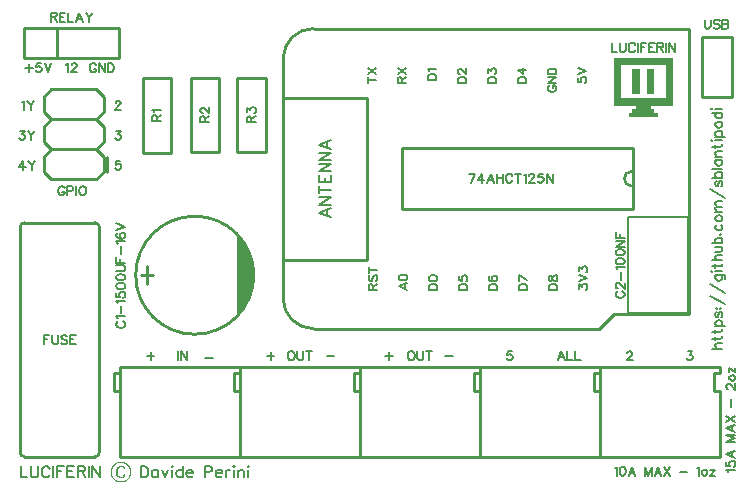
<source format=gto>
G04 Layer: TopSilkLayer*
G04 EasyEDA v6.4.20.6, 2021-07-29T18:27:26+02:00*
G04 b234656e15784b60829a7703d43b9120,4245c91a3b6e4cf7aa995480f5c7e4a3,10*
G04 Gerber Generator version 0.2*
G04 Scale: 100 percent, Rotated: No, Reflected: No *
G04 Dimensions in millimeters *
G04 leading zeros omitted , absolute positions ,4 integer and 5 decimal *
%FSLAX45Y45*%
%MOMM*%

%ADD10C,0.2540*%
%ADD25C,0.1778*%
%ADD26C,0.2032*%
%ADD27C,0.2030*%
%ADD28C,0.1530*%
%ADD29C,0.1524*%
%ADD30C,0.1540*%

%LPD*%
G36*
X5073345Y14580666D02*
G01*
X5073345Y14518182D01*
X5510834Y14518182D01*
X5510834Y14236954D01*
X5135829Y14236954D01*
X5135829Y14518182D01*
X5073345Y14518182D01*
X5073345Y14174419D01*
X5260848Y14174419D01*
X5260848Y14143177D01*
X5229606Y14143177D01*
X5229606Y14111935D01*
X5198313Y14111935D01*
X5198313Y14080693D01*
X5448350Y14080693D01*
X5448350Y14111935D01*
X5417108Y14111935D01*
X5417108Y14143177D01*
X5385816Y14143177D01*
X5385816Y14174419D01*
X5573318Y14174419D01*
X5573318Y14580666D01*
G37*
G36*
X5354574Y14486940D02*
G01*
X5354574Y14268196D01*
X5417108Y14268196D01*
X5417108Y14486940D01*
G37*
G36*
X5229606Y14486940D02*
G01*
X5229606Y14268196D01*
X5292090Y14268196D01*
X5292090Y14486940D01*
G37*
G36*
X899921Y11160353D02*
G01*
X893927Y11160150D01*
X888085Y11159642D01*
X882345Y11158829D01*
X876706Y11157661D01*
X871270Y11156188D01*
X865936Y11154359D01*
X860806Y11152225D01*
X855878Y11149838D01*
X851153Y11147094D01*
X846632Y11144097D01*
X842314Y11140744D01*
X838250Y11137138D01*
X834440Y11133277D01*
X830884Y11129111D01*
X827633Y11124692D01*
X824687Y11119967D01*
X821994Y11114989D01*
X819607Y11109756D01*
X817575Y11104270D01*
X815898Y11098530D01*
X814578Y11092586D01*
X813612Y11086338D01*
X813003Y11079886D01*
X812800Y11073231D01*
X823976Y11073231D01*
X824230Y11080343D01*
X824941Y11087201D01*
X826109Y11093754D01*
X827735Y11100003D01*
X829818Y11105896D01*
X832256Y11111484D01*
X835101Y11116767D01*
X838352Y11121694D01*
X841908Y11126317D01*
X845870Y11130534D01*
X850087Y11134394D01*
X854659Y11137900D01*
X859485Y11140998D01*
X864565Y11143742D01*
X869950Y11146028D01*
X875537Y11147958D01*
X881329Y11149482D01*
X887374Y11150549D01*
X893571Y11151209D01*
X899921Y11151463D01*
X906221Y11151209D01*
X912317Y11150549D01*
X918311Y11149482D01*
X924052Y11147958D01*
X929589Y11146028D01*
X934923Y11143691D01*
X940003Y11140948D01*
X944778Y11137798D01*
X949299Y11134293D01*
X953566Y11130432D01*
X957427Y11126165D01*
X961034Y11121593D01*
X964234Y11116665D01*
X967079Y11111382D01*
X969518Y11105794D01*
X971600Y11099901D01*
X973226Y11093653D01*
X974394Y11087150D01*
X975106Y11080292D01*
X975360Y11073231D01*
X975106Y11066068D01*
X974394Y11059210D01*
X973226Y11052657D01*
X971600Y11046358D01*
X969518Y11040414D01*
X967079Y11034776D01*
X964234Y11029442D01*
X961034Y11024463D01*
X957427Y11019790D01*
X953566Y11015522D01*
X949299Y11011611D01*
X944778Y11008055D01*
X940003Y11004905D01*
X934923Y11002111D01*
X929589Y10999724D01*
X924052Y10997793D01*
X918311Y10996218D01*
X912317Y10995101D01*
X906221Y10994440D01*
X899921Y10994237D01*
X893571Y10994440D01*
X887374Y10995101D01*
X881329Y10996218D01*
X875537Y10997742D01*
X869950Y10999673D01*
X864565Y11002010D01*
X859485Y11004753D01*
X854659Y11007902D01*
X850087Y11011408D01*
X845870Y11015319D01*
X841908Y11019586D01*
X838352Y11024209D01*
X835101Y11029188D01*
X832256Y11034522D01*
X829818Y11040211D01*
X827735Y11046155D01*
X826109Y11052454D01*
X824941Y11059109D01*
X824230Y11066018D01*
X823976Y11073231D01*
X812800Y11073231D01*
X813003Y11066475D01*
X813612Y11060023D01*
X814578Y11053775D01*
X815898Y11047730D01*
X817575Y11041989D01*
X819607Y11036452D01*
X821994Y11031169D01*
X824687Y11026140D01*
X827633Y11021415D01*
X830884Y11016945D01*
X834440Y11012728D01*
X838250Y11008817D01*
X842314Y11005159D01*
X846632Y11001806D01*
X851153Y10998758D01*
X855878Y10995964D01*
X860806Y10993526D01*
X865936Y10991392D01*
X871270Y10989564D01*
X876706Y10988040D01*
X882345Y10986871D01*
X888085Y10986008D01*
X893927Y10985500D01*
X899921Y10985347D01*
X905865Y10985500D01*
X911707Y10986008D01*
X917448Y10986871D01*
X923036Y10988040D01*
X928471Y10989564D01*
X933754Y10991392D01*
X938834Y10993526D01*
X943762Y10995964D01*
X948486Y10998758D01*
X953008Y11001806D01*
X957326Y11005159D01*
X961339Y11008817D01*
X965149Y11012728D01*
X968705Y11016945D01*
X971956Y11021415D01*
X974953Y11026140D01*
X977595Y11031169D01*
X979982Y11036452D01*
X982014Y11041989D01*
X983691Y11047730D01*
X985012Y11053775D01*
X985977Y11060023D01*
X986586Y11066475D01*
X986790Y11073231D01*
X986586Y11079886D01*
X985977Y11086338D01*
X985012Y11092586D01*
X983691Y11098530D01*
X982014Y11104270D01*
X979982Y11109756D01*
X977595Y11114989D01*
X974953Y11119967D01*
X971956Y11124692D01*
X968705Y11129111D01*
X965149Y11133277D01*
X961339Y11137138D01*
X957326Y11140744D01*
X953008Y11144097D01*
X948486Y11147094D01*
X943762Y11149838D01*
X938834Y11152225D01*
X933754Y11154359D01*
X928471Y11156188D01*
X923036Y11157661D01*
X917448Y11158829D01*
X911707Y11159642D01*
X905865Y11160150D01*
G37*
G36*
X903732Y11124539D02*
G01*
X896874Y11124082D01*
X890422Y11122812D01*
X884275Y11120729D01*
X878586Y11117884D01*
X873404Y11114328D01*
X868730Y11110112D01*
X864666Y11105286D01*
X861212Y11099850D01*
X858418Y11093856D01*
X856386Y11087404D01*
X855116Y11080496D01*
X854710Y11073231D01*
X855116Y11065865D01*
X856335Y11058956D01*
X858316Y11052505D01*
X861009Y11046561D01*
X864362Y11041176D01*
X868375Y11036350D01*
X872998Y11032185D01*
X878128Y11028680D01*
X883869Y11025886D01*
X890066Y11023854D01*
X896670Y11022584D01*
X903732Y11022177D01*
X911707Y11022533D01*
X919276Y11023803D01*
X926490Y11025886D01*
X933450Y11029035D01*
X934212Y11053165D01*
X924052Y11053165D01*
X920496Y11033607D01*
X916482Y11032337D01*
X912571Y11031575D01*
X908913Y11031169D01*
X905764Y11031067D01*
X900937Y11031372D01*
X896416Y11032286D01*
X892149Y11033810D01*
X888288Y11035944D01*
X884732Y11038636D01*
X881583Y11041938D01*
X878840Y11045799D01*
X876503Y11050219D01*
X874674Y11055146D01*
X873353Y11060633D01*
X872540Y11066678D01*
X872236Y11073231D01*
X872540Y11079937D01*
X873404Y11086084D01*
X874826Y11091672D01*
X876757Y11096701D01*
X879144Y11101171D01*
X881989Y11105032D01*
X885190Y11108334D01*
X888796Y11111026D01*
X892708Y11113160D01*
X896924Y11114684D01*
X901344Y11115598D01*
X906018Y11115903D01*
X909167Y11115802D01*
X912418Y11115395D01*
X915822Y11114684D01*
X919226Y11113617D01*
X923036Y11093297D01*
X932687Y11093297D01*
X931926Y11117427D01*
X925220Y11120780D01*
X918565Y11122964D01*
X911555Y11124184D01*
G37*
D26*
X5054600Y14703552D02*
G01*
X5054600Y14627097D01*
X5054600Y14627097D02*
G01*
X5098288Y14627097D01*
X5122163Y14703552D02*
G01*
X5122163Y14648942D01*
X5125974Y14638020D01*
X5133086Y14630654D01*
X5144008Y14627097D01*
X5151374Y14627097D01*
X5162295Y14630654D01*
X5169408Y14638020D01*
X5173218Y14648942D01*
X5173218Y14703552D01*
X5251704Y14685263D02*
G01*
X5248147Y14692629D01*
X5240781Y14699995D01*
X5233415Y14703552D01*
X5218938Y14703552D01*
X5211572Y14699995D01*
X5204459Y14692629D01*
X5200904Y14685263D01*
X5197093Y14674342D01*
X5197093Y14656307D01*
X5200904Y14645386D01*
X5204459Y14638020D01*
X5211572Y14630654D01*
X5218938Y14627097D01*
X5233415Y14627097D01*
X5240781Y14630654D01*
X5248147Y14638020D01*
X5251704Y14645386D01*
X5275579Y14703552D02*
G01*
X5275579Y14627097D01*
X5299709Y14703552D02*
G01*
X5299709Y14627097D01*
X5299709Y14703552D02*
G01*
X5346954Y14703552D01*
X5299709Y14667229D02*
G01*
X5328665Y14667229D01*
X5371084Y14703552D02*
G01*
X5371084Y14627097D01*
X5371084Y14703552D02*
G01*
X5418327Y14703552D01*
X5371084Y14667229D02*
G01*
X5400040Y14667229D01*
X5371084Y14627097D02*
G01*
X5418327Y14627097D01*
X5442204Y14703552D02*
G01*
X5442204Y14627097D01*
X5442204Y14703552D02*
G01*
X5474970Y14703552D01*
X5485891Y14699995D01*
X5489447Y14696186D01*
X5493258Y14689074D01*
X5493258Y14681707D01*
X5489447Y14674342D01*
X5485891Y14670786D01*
X5474970Y14667229D01*
X5442204Y14667229D01*
X5467604Y14667229D02*
G01*
X5493258Y14627097D01*
X5517134Y14703552D02*
G01*
X5517134Y14627097D01*
X5541263Y14703552D02*
G01*
X5541263Y14627097D01*
X5541263Y14703552D02*
G01*
X5592063Y14627097D01*
X5592063Y14703552D02*
G01*
X5592063Y14627097D01*
D27*
X5080000Y11102594D02*
G01*
X5087365Y11106150D01*
X5098288Y11117071D01*
X5098288Y11040618D01*
X5144008Y11117071D02*
G01*
X5133086Y11113515D01*
X5125720Y11102594D01*
X5122163Y11084305D01*
X5122163Y11073384D01*
X5125720Y11055095D01*
X5133086Y11044174D01*
X5144008Y11040618D01*
X5151374Y11040618D01*
X5162295Y11044174D01*
X5169408Y11055095D01*
X5172963Y11073384D01*
X5172963Y11084305D01*
X5169408Y11102594D01*
X5162295Y11113515D01*
X5151374Y11117071D01*
X5144008Y11117071D01*
X5226304Y11117071D02*
G01*
X5197093Y11040618D01*
X5226304Y11117071D02*
G01*
X5255259Y11040618D01*
X5208015Y11066018D02*
G01*
X5244338Y11066018D01*
X5335270Y11117071D02*
G01*
X5335270Y11040618D01*
X5335270Y11117071D02*
G01*
X5364479Y11040618D01*
X5393436Y11117071D02*
G01*
X5364479Y11040618D01*
X5393436Y11117071D02*
G01*
X5393436Y11040618D01*
X5446522Y11117071D02*
G01*
X5417565Y11040618D01*
X5446522Y11117071D02*
G01*
X5475731Y11040618D01*
X5428488Y11066018D02*
G01*
X5464809Y11066018D01*
X5499608Y11117071D02*
G01*
X5550661Y11040618D01*
X5550661Y11117071D02*
G01*
X5499608Y11040618D01*
X5630672Y11073384D02*
G01*
X5695950Y11073384D01*
X5775959Y11102594D02*
G01*
X5783325Y11106150D01*
X5794247Y11117071D01*
X5794247Y11040618D01*
X5836411Y11091671D02*
G01*
X5829045Y11087862D01*
X5821934Y11080750D01*
X5818124Y11069828D01*
X5818124Y11062462D01*
X5821934Y11051539D01*
X5829045Y11044174D01*
X5836411Y11040618D01*
X5847334Y11040618D01*
X5854445Y11044174D01*
X5861811Y11051539D01*
X5865368Y11062462D01*
X5865368Y11069828D01*
X5861811Y11080750D01*
X5854445Y11087862D01*
X5847334Y11091671D01*
X5836411Y11091671D01*
X5929375Y11091671D02*
G01*
X5889497Y11040618D01*
X5889497Y11091671D02*
G01*
X5929375Y11091671D01*
X5889497Y11040618D02*
G01*
X5929375Y11040618D01*
X6039865Y11074400D02*
G01*
X6036309Y11081765D01*
X6025388Y11092687D01*
X6101841Y11092687D01*
X6025388Y11160252D02*
G01*
X6025388Y11123929D01*
X6058154Y11120120D01*
X6054597Y11123929D01*
X6050788Y11134852D01*
X6050788Y11145774D01*
X6054597Y11156695D01*
X6061709Y11163808D01*
X6072631Y11167363D01*
X6079997Y11167363D01*
X6090920Y11163808D01*
X6098286Y11156695D01*
X6101841Y11145774D01*
X6101841Y11134852D01*
X6098286Y11123929D01*
X6094475Y11120120D01*
X6087363Y11116563D01*
X6025388Y11220704D02*
G01*
X6101841Y11191494D01*
X6025388Y11220704D02*
G01*
X6101841Y11249660D01*
X6076441Y11202415D02*
G01*
X6076441Y11238737D01*
X6025388Y11329670D02*
G01*
X6101841Y11329670D01*
X6025388Y11329670D02*
G01*
X6101841Y11358879D01*
X6025388Y11387836D02*
G01*
X6101841Y11358879D01*
X6025388Y11387836D02*
G01*
X6101841Y11387836D01*
X6025388Y11440921D02*
G01*
X6101841Y11411965D01*
X6025388Y11440921D02*
G01*
X6101841Y11470131D01*
X6076441Y11422887D02*
G01*
X6076441Y11459210D01*
X6025388Y11494008D02*
G01*
X6101841Y11545062D01*
X6025388Y11545062D02*
G01*
X6101841Y11494008D01*
X6069075Y11624818D02*
G01*
X6069075Y11690350D01*
X6043675Y11773915D02*
G01*
X6039865Y11773915D01*
X6032754Y11777726D01*
X6028943Y11781281D01*
X6025388Y11788647D01*
X6025388Y11803126D01*
X6028943Y11810492D01*
X6032754Y11814047D01*
X6039865Y11817604D01*
X6047231Y11817604D01*
X6054597Y11814047D01*
X6065520Y11806681D01*
X6101841Y11770360D01*
X6101841Y11821413D01*
X6050788Y11863578D02*
G01*
X6054597Y11856212D01*
X6061709Y11848845D01*
X6072631Y11845289D01*
X6079997Y11845289D01*
X6090920Y11848845D01*
X6098286Y11856212D01*
X6101841Y11863578D01*
X6101841Y11874500D01*
X6098286Y11881612D01*
X6090920Y11888978D01*
X6079997Y11892534D01*
X6072631Y11892534D01*
X6061709Y11888978D01*
X6054597Y11881612D01*
X6050788Y11874500D01*
X6050788Y11863578D01*
X6050788Y11956542D02*
G01*
X6101841Y11916663D01*
X6050788Y11916663D02*
G01*
X6050788Y11956542D01*
X6101841Y11916663D02*
G01*
X6101841Y11956542D01*
D26*
X1384300Y12094971D02*
G01*
X1384300Y12018518D01*
X1408176Y12094971D02*
G01*
X1408176Y12018518D01*
X1408176Y12094971D02*
G01*
X1459229Y12018518D01*
X1459229Y12094971D02*
G01*
X1459229Y12018518D01*
X3349243Y12094971D02*
G01*
X3341877Y12091415D01*
X3334765Y12084050D01*
X3330956Y12076684D01*
X3327400Y12065762D01*
X3327400Y12047728D01*
X3330956Y12036805D01*
X3334765Y12029439D01*
X3341877Y12022074D01*
X3349243Y12018518D01*
X3363722Y12018518D01*
X3371088Y12022074D01*
X3378200Y12029439D01*
X3382009Y12036805D01*
X3385565Y12047728D01*
X3385565Y12065762D01*
X3382009Y12076684D01*
X3378200Y12084050D01*
X3371088Y12091415D01*
X3363722Y12094971D01*
X3349243Y12094971D01*
X3409695Y12094971D02*
G01*
X3409695Y12040362D01*
X3413252Y12029439D01*
X3420363Y12022074D01*
X3431286Y12018518D01*
X3438652Y12018518D01*
X3449574Y12022074D01*
X3456940Y12029439D01*
X3460495Y12040362D01*
X3460495Y12094971D01*
X3510025Y12094971D02*
G01*
X3510025Y12018518D01*
X3484372Y12094971D02*
G01*
X3535425Y12094971D01*
X2333243Y12094971D02*
G01*
X2325877Y12091415D01*
X2318765Y12084050D01*
X2314956Y12076684D01*
X2311400Y12065762D01*
X2311400Y12047728D01*
X2314956Y12036805D01*
X2318765Y12029439D01*
X2325877Y12022074D01*
X2333243Y12018518D01*
X2347722Y12018518D01*
X2355088Y12022074D01*
X2362200Y12029439D01*
X2366009Y12036805D01*
X2369565Y12047728D01*
X2369565Y12065762D01*
X2366009Y12076684D01*
X2362200Y12084050D01*
X2355088Y12091415D01*
X2347722Y12094971D01*
X2333243Y12094971D01*
X2393695Y12094971D02*
G01*
X2393695Y12040362D01*
X2397252Y12029439D01*
X2404363Y12022074D01*
X2415286Y12018518D01*
X2422652Y12018518D01*
X2433574Y12022074D01*
X2440940Y12029439D01*
X2444495Y12040362D01*
X2444495Y12094971D01*
X2494025Y12094971D02*
G01*
X2494025Y12018518D01*
X2468372Y12094971D02*
G01*
X2519425Y12094971D01*
X74421Y13707871D02*
G01*
X38100Y13656818D01*
X92710Y13656818D01*
X74421Y13707871D02*
G01*
X74421Y13631418D01*
X116586Y13707871D02*
G01*
X145795Y13671550D01*
X145795Y13631418D01*
X174752Y13707871D02*
G01*
X145795Y13671550D01*
X45465Y13961871D02*
G01*
X85344Y13961871D01*
X63500Y13932662D01*
X74421Y13932662D01*
X81787Y13929105D01*
X85344Y13925550D01*
X88900Y13914628D01*
X88900Y13907262D01*
X85344Y13896339D01*
X77978Y13888974D01*
X67310Y13885418D01*
X56387Y13885418D01*
X45465Y13888974D01*
X41655Y13892784D01*
X38100Y13899895D01*
X113029Y13961871D02*
G01*
X141986Y13925550D01*
X141986Y13885418D01*
X171195Y13961871D02*
G01*
X141986Y13925550D01*
X63500Y14201394D02*
G01*
X70865Y14204950D01*
X81787Y14215871D01*
X81787Y14139418D01*
X105663Y14215871D02*
G01*
X134873Y14179550D01*
X134873Y14139418D01*
X163829Y14215871D02*
G01*
X134873Y14179550D01*
X894587Y13707871D02*
G01*
X858265Y13707871D01*
X854455Y13675105D01*
X858265Y13678662D01*
X869187Y13682471D01*
X880110Y13682471D01*
X890778Y13678662D01*
X898144Y13671550D01*
X901700Y13660628D01*
X901700Y13653262D01*
X898144Y13642339D01*
X890778Y13634974D01*
X880110Y13631418D01*
X869187Y13631418D01*
X858265Y13634974D01*
X854455Y13638784D01*
X850900Y13645895D01*
X858265Y13961871D02*
G01*
X898144Y13961871D01*
X876300Y13932662D01*
X887221Y13932662D01*
X894587Y13929105D01*
X898144Y13925550D01*
X901700Y13914628D01*
X901700Y13907262D01*
X898144Y13896339D01*
X890778Y13888974D01*
X880110Y13885418D01*
X869187Y13885418D01*
X858265Y13888974D01*
X854455Y13892784D01*
X850900Y13899895D01*
X854455Y14197584D02*
G01*
X854455Y14201394D01*
X858265Y14208505D01*
X861821Y14212316D01*
X869187Y14215871D01*
X883665Y14215871D01*
X890778Y14212316D01*
X894587Y14208505D01*
X898144Y14201394D01*
X898144Y14194028D01*
X894587Y14186662D01*
X887221Y14175739D01*
X850900Y14139418D01*
X901700Y14139418D01*
D27*
X5903468Y12115800D02*
G01*
X5989574Y12115800D01*
X5948679Y12115800D02*
G01*
X5936234Y12127992D01*
X5932170Y12136374D01*
X5932170Y12148565D01*
X5936234Y12156694D01*
X5948679Y12160758D01*
X5989574Y12160758D01*
X5903468Y12200128D02*
G01*
X5973063Y12200128D01*
X5985509Y12204192D01*
X5989574Y12212320D01*
X5989574Y12220447D01*
X5932170Y12187681D02*
G01*
X5932170Y12216384D01*
X5903468Y12259818D02*
G01*
X5973063Y12259818D01*
X5985509Y12263881D01*
X5989574Y12272010D01*
X5989574Y12280137D01*
X5932170Y12247626D02*
G01*
X5932170Y12276074D01*
X5932170Y12307315D02*
G01*
X6018022Y12307315D01*
X5944615Y12307315D02*
G01*
X5936234Y12315444D01*
X5932170Y12323571D01*
X5932170Y12335763D01*
X5936234Y12344145D01*
X5944615Y12352274D01*
X5956808Y12356337D01*
X5964936Y12356337D01*
X5977127Y12352274D01*
X5985509Y12344145D01*
X5989574Y12335763D01*
X5989574Y12323571D01*
X5985509Y12315444D01*
X5977127Y12307315D01*
X5944615Y12428220D02*
G01*
X5936234Y12424155D01*
X5932170Y12411963D01*
X5932170Y12399771D01*
X5936234Y12387326D01*
X5944615Y12383262D01*
X5952743Y12387326D01*
X5956808Y12395708D01*
X5960872Y12416028D01*
X5964936Y12424155D01*
X5973063Y12428220D01*
X5977127Y12428220D01*
X5985509Y12424155D01*
X5989574Y12411963D01*
X5989574Y12399771D01*
X5985509Y12387326D01*
X5977127Y12383262D01*
X5940297Y12459462D02*
G01*
X5944615Y12455397D01*
X5948679Y12459462D01*
X5944615Y12463526D01*
X5940297Y12459462D01*
X5969000Y12459462D02*
G01*
X5973063Y12455397D01*
X5977127Y12459462D01*
X5973063Y12463526D01*
X5969000Y12459462D01*
X5887211Y12564110D02*
G01*
X6018022Y12490450D01*
X5887211Y12664694D02*
G01*
X6018022Y12591287D01*
X5932170Y12740894D02*
G01*
X5997702Y12740894D01*
X6009893Y12736829D01*
X6013958Y12732765D01*
X6018022Y12724637D01*
X6018022Y12712192D01*
X6013958Y12704063D01*
X5944615Y12740894D02*
G01*
X5936234Y12732765D01*
X5932170Y12724637D01*
X5932170Y12712192D01*
X5936234Y12704063D01*
X5944615Y12695936D01*
X5956808Y12691871D01*
X5964936Y12691871D01*
X5977127Y12695936D01*
X5985509Y12704063D01*
X5989574Y12712192D01*
X5989574Y12724637D01*
X5985509Y12732765D01*
X5977127Y12740894D01*
X5903468Y12767818D02*
G01*
X5907786Y12771881D01*
X5903468Y12775945D01*
X5899404Y12771881D01*
X5903468Y12767818D01*
X5932170Y12771881D02*
G01*
X5989574Y12771881D01*
X5903468Y12815315D02*
G01*
X5973063Y12815315D01*
X5985509Y12819379D01*
X5989574Y12827508D01*
X5989574Y12835889D01*
X5932170Y12803124D02*
G01*
X5932170Y12831826D01*
X5903468Y12862813D02*
G01*
X5989574Y12862813D01*
X5948679Y12862813D02*
G01*
X5936234Y12875005D01*
X5932170Y12883134D01*
X5932170Y12895579D01*
X5936234Y12903708D01*
X5948679Y12907771D01*
X5989574Y12907771D01*
X5932170Y12934695D02*
G01*
X5973063Y12934695D01*
X5985509Y12939013D01*
X5989574Y12947142D01*
X5989574Y12959334D01*
X5985509Y12967462D01*
X5973063Y12979908D01*
X5932170Y12979908D02*
G01*
X5989574Y12979908D01*
X5903468Y13006831D02*
G01*
X5989574Y13006831D01*
X5944615Y13006831D02*
G01*
X5936234Y13014960D01*
X5932170Y13023087D01*
X5932170Y13035534D01*
X5936234Y13043662D01*
X5944615Y13051789D01*
X5956808Y13055854D01*
X5964936Y13055854D01*
X5977127Y13051789D01*
X5985509Y13043662D01*
X5989574Y13035534D01*
X5989574Y13023087D01*
X5985509Y13014960D01*
X5977127Y13006831D01*
X5969000Y13087095D02*
G01*
X5973063Y13082778D01*
X5977127Y13087095D01*
X5973063Y13091160D01*
X5969000Y13087095D01*
X5944615Y13167105D02*
G01*
X5936234Y13158978D01*
X5932170Y13150850D01*
X5932170Y13138404D01*
X5936234Y13130276D01*
X5944615Y13122147D01*
X5956808Y13118084D01*
X5964936Y13118084D01*
X5977127Y13122147D01*
X5985509Y13130276D01*
X5989574Y13138404D01*
X5989574Y13150850D01*
X5985509Y13158978D01*
X5977127Y13167105D01*
X5932170Y13214604D02*
G01*
X5936234Y13206476D01*
X5944615Y13198347D01*
X5956808Y13194284D01*
X5964936Y13194284D01*
X5977127Y13198347D01*
X5985509Y13206476D01*
X5989574Y13214604D01*
X5989574Y13226795D01*
X5985509Y13235178D01*
X5977127Y13243305D01*
X5964936Y13247370D01*
X5956808Y13247370D01*
X5944615Y13243305D01*
X5936234Y13235178D01*
X5932170Y13226795D01*
X5932170Y13214604D01*
X5932170Y13274294D02*
G01*
X5989574Y13274294D01*
X5948679Y13274294D02*
G01*
X5936234Y13286739D01*
X5932170Y13294868D01*
X5932170Y13307060D01*
X5936234Y13315187D01*
X5948679Y13319252D01*
X5989574Y13319252D01*
X5948679Y13319252D02*
G01*
X5936234Y13331697D01*
X5932170Y13339826D01*
X5932170Y13352018D01*
X5936234Y13360145D01*
X5948679Y13364463D01*
X5989574Y13364463D01*
X5887211Y13465047D02*
G01*
X6018022Y13391387D01*
X5944615Y13536929D02*
G01*
X5936234Y13532866D01*
X5932170Y13520674D01*
X5932170Y13508228D01*
X5936234Y13496036D01*
X5944615Y13491971D01*
X5952743Y13496036D01*
X5956808Y13504163D01*
X5960872Y13524737D01*
X5964936Y13532866D01*
X5973063Y13536929D01*
X5977127Y13536929D01*
X5985509Y13532866D01*
X5989574Y13520674D01*
X5989574Y13508228D01*
X5985509Y13496036D01*
X5977127Y13491971D01*
X5903468Y13564107D02*
G01*
X5989574Y13564107D01*
X5944615Y13564107D02*
G01*
X5936234Y13572236D01*
X5932170Y13580363D01*
X5932170Y13592555D01*
X5936234Y13600684D01*
X5944615Y13609066D01*
X5956808Y13613129D01*
X5964936Y13613129D01*
X5977127Y13609066D01*
X5985509Y13600684D01*
X5989574Y13592555D01*
X5989574Y13580363D01*
X5985509Y13572236D01*
X5977127Y13564107D01*
X5903468Y13640054D02*
G01*
X5989574Y13640054D01*
X5932170Y13716254D02*
G01*
X5989574Y13716254D01*
X5944615Y13716254D02*
G01*
X5936234Y13707871D01*
X5932170Y13699744D01*
X5932170Y13687552D01*
X5936234Y13679424D01*
X5944615Y13671042D01*
X5956808Y13666978D01*
X5964936Y13666978D01*
X5977127Y13671042D01*
X5985509Y13679424D01*
X5989574Y13687552D01*
X5989574Y13699744D01*
X5985509Y13707871D01*
X5977127Y13716254D01*
X5932170Y13743178D02*
G01*
X5989574Y13743178D01*
X5948679Y13743178D02*
G01*
X5936234Y13755370D01*
X5932170Y13763497D01*
X5932170Y13775944D01*
X5936234Y13784071D01*
X5948679Y13788136D01*
X5989574Y13788136D01*
X5903468Y13827505D02*
G01*
X5973063Y13827505D01*
X5985509Y13831570D01*
X5989574Y13839697D01*
X5989574Y13847826D01*
X5932170Y13815060D02*
G01*
X5932170Y13843762D01*
X5903468Y13875004D02*
G01*
X5907786Y13879068D01*
X5903468Y13883131D01*
X5899404Y13879068D01*
X5903468Y13875004D01*
X5932170Y13879068D02*
G01*
X5989574Y13879068D01*
X5932170Y13910055D02*
G01*
X6018022Y13910055D01*
X5944615Y13910055D02*
G01*
X5936234Y13918184D01*
X5932170Y13926312D01*
X5932170Y13938757D01*
X5936234Y13946886D01*
X5944615Y13955013D01*
X5956808Y13959078D01*
X5964936Y13959078D01*
X5977127Y13955013D01*
X5985509Y13946886D01*
X5989574Y13938757D01*
X5989574Y13926312D01*
X5985509Y13918184D01*
X5977127Y13910055D01*
X5932170Y14006576D02*
G01*
X5936234Y13998447D01*
X5944615Y13990320D01*
X5956808Y13986255D01*
X5964936Y13986255D01*
X5977127Y13990320D01*
X5985509Y13998447D01*
X5989574Y14006576D01*
X5989574Y14018768D01*
X5985509Y14027150D01*
X5977127Y14035278D01*
X5964936Y14039342D01*
X5956808Y14039342D01*
X5944615Y14035278D01*
X5936234Y14027150D01*
X5932170Y14018768D01*
X5932170Y14006576D01*
X5903468Y14115542D02*
G01*
X5989574Y14115542D01*
X5944615Y14115542D02*
G01*
X5936234Y14107160D01*
X5932170Y14099031D01*
X5932170Y14086839D01*
X5936234Y14078712D01*
X5944615Y14070329D01*
X5956808Y14066266D01*
X5964936Y14066266D01*
X5977127Y14070329D01*
X5985509Y14078712D01*
X5989574Y14086839D01*
X5989574Y14099031D01*
X5985509Y14107160D01*
X5977127Y14115542D01*
X5903468Y14142466D02*
G01*
X5907786Y14146529D01*
X5903468Y14150594D01*
X5899404Y14146529D01*
X5903468Y14142466D01*
X5932170Y14146529D02*
G01*
X5989574Y14146529D01*
D28*
X121724Y14522465D02*
G01*
X121724Y14456933D01*
X88958Y14489699D02*
G01*
X154236Y14489699D01*
X222054Y14533387D02*
G01*
X185732Y14533387D01*
X181922Y14500621D01*
X185732Y14504177D01*
X196654Y14507987D01*
X207322Y14507987D01*
X218244Y14504177D01*
X225610Y14497065D01*
X229166Y14486143D01*
X229166Y14478777D01*
X225610Y14467855D01*
X218244Y14460489D01*
X207322Y14456933D01*
X196654Y14456933D01*
X185732Y14460489D01*
X181922Y14464299D01*
X178366Y14471411D01*
X253296Y14533387D02*
G01*
X282252Y14456933D01*
X311462Y14533387D02*
G01*
X282252Y14456933D01*
D27*
X689554Y14515175D02*
G01*
X685998Y14522541D01*
X678632Y14529653D01*
X671266Y14533209D01*
X656788Y14533209D01*
X649422Y14529653D01*
X642310Y14522541D01*
X638754Y14515175D01*
X634944Y14504253D01*
X634944Y14485965D01*
X638754Y14475043D01*
X642310Y14467931D01*
X649422Y14460565D01*
X656788Y14457009D01*
X671266Y14457009D01*
X678632Y14460565D01*
X685998Y14467931D01*
X689554Y14475043D01*
X689554Y14485965D01*
X671266Y14485965D02*
G01*
X689554Y14485965D01*
X713430Y14533209D02*
G01*
X713430Y14457009D01*
X713430Y14533209D02*
G01*
X764484Y14457009D01*
X764484Y14533209D02*
G01*
X764484Y14457009D01*
X788360Y14533209D02*
G01*
X788360Y14457009D01*
X788360Y14533209D02*
G01*
X814014Y14533209D01*
X824936Y14529653D01*
X832048Y14522541D01*
X835604Y14515175D01*
X839414Y14504253D01*
X839414Y14485965D01*
X835604Y14475043D01*
X832048Y14467931D01*
X824936Y14460565D01*
X814014Y14457009D01*
X788360Y14457009D01*
X436118Y14518894D02*
G01*
X443229Y14522450D01*
X454152Y14533371D01*
X454152Y14456918D01*
X481837Y14515084D02*
G01*
X481837Y14518894D01*
X485394Y14526005D01*
X489204Y14529816D01*
X496315Y14533371D01*
X511047Y14533371D01*
X518160Y14529816D01*
X521970Y14526005D01*
X525526Y14518894D01*
X525526Y14511528D01*
X521970Y14504162D01*
X514604Y14493239D01*
X478281Y14456918D01*
X529081Y14456918D01*
D26*
X50800Y11121897D02*
G01*
X50800Y11026394D01*
X50800Y11026394D02*
G01*
X105410Y11026394D01*
X135381Y11121897D02*
G01*
X135381Y11053826D01*
X139954Y11040110D01*
X149097Y11030965D01*
X162560Y11026394D01*
X171704Y11026394D01*
X185420Y11030965D01*
X194310Y11040110D01*
X198881Y11053826D01*
X198881Y11121897D01*
X297179Y11099292D02*
G01*
X292607Y11108436D01*
X283463Y11117326D01*
X274320Y11121897D01*
X256286Y11121897D01*
X247142Y11117326D01*
X237997Y11108436D01*
X233426Y11099292D01*
X229107Y11085576D01*
X229107Y11062970D01*
X233426Y11049254D01*
X237997Y11040110D01*
X247142Y11030965D01*
X256286Y11026394D01*
X274320Y11026394D01*
X283463Y11030965D01*
X292607Y11040110D01*
X297179Y11049254D01*
X327152Y11121897D02*
G01*
X327152Y11026394D01*
X357123Y11121897D02*
G01*
X357123Y11026394D01*
X357123Y11121897D02*
G01*
X416305Y11121897D01*
X357123Y11076431D02*
G01*
X393445Y11076431D01*
X446278Y11121897D02*
G01*
X446278Y11026394D01*
X446278Y11121897D02*
G01*
X505460Y11121897D01*
X446278Y11076431D02*
G01*
X482600Y11076431D01*
X446278Y11026394D02*
G01*
X505460Y11026394D01*
X535431Y11121897D02*
G01*
X535431Y11026394D01*
X535431Y11121897D02*
G01*
X576326Y11121897D01*
X589787Y11117326D01*
X594360Y11112754D01*
X598931Y11103863D01*
X598931Y11094720D01*
X594360Y11085576D01*
X589787Y11081004D01*
X576326Y11076431D01*
X535431Y11076431D01*
X567181Y11076431D02*
G01*
X598931Y11026394D01*
X628904Y11121897D02*
G01*
X628904Y11026394D01*
X658876Y11121897D02*
G01*
X658876Y11026394D01*
X658876Y11121897D02*
G01*
X722629Y11026394D01*
X722629Y11121897D02*
G01*
X722629Y11026394D01*
X1066800Y11121897D02*
G01*
X1066800Y11026394D01*
X1066800Y11121897D02*
G01*
X1098550Y11121897D01*
X1112265Y11117326D01*
X1121410Y11108436D01*
X1125981Y11099292D01*
X1130554Y11085576D01*
X1130554Y11062970D01*
X1125981Y11049254D01*
X1121410Y11040110D01*
X1112265Y11030965D01*
X1098550Y11026394D01*
X1066800Y11026394D01*
X1214881Y11090147D02*
G01*
X1214881Y11026394D01*
X1214881Y11076431D02*
G01*
X1205992Y11085576D01*
X1196847Y11090147D01*
X1183131Y11090147D01*
X1173987Y11085576D01*
X1165097Y11076431D01*
X1160526Y11062970D01*
X1160526Y11053826D01*
X1165097Y11040110D01*
X1173987Y11030965D01*
X1183131Y11026394D01*
X1196847Y11026394D01*
X1205992Y11030965D01*
X1214881Y11040110D01*
X1245107Y11090147D02*
G01*
X1272286Y11026394D01*
X1299463Y11090147D02*
G01*
X1272286Y11026394D01*
X1329436Y11121897D02*
G01*
X1334007Y11117326D01*
X1338579Y11121897D01*
X1334007Y11126470D01*
X1329436Y11121897D01*
X1334007Y11090147D02*
G01*
X1334007Y11026394D01*
X1423162Y11121897D02*
G01*
X1423162Y11026394D01*
X1423162Y11076431D02*
G01*
X1414018Y11085576D01*
X1404873Y11090147D01*
X1391412Y11090147D01*
X1382268Y11085576D01*
X1373123Y11076431D01*
X1368552Y11062970D01*
X1368552Y11053826D01*
X1373123Y11040110D01*
X1382268Y11030965D01*
X1391412Y11026394D01*
X1404873Y11026394D01*
X1414018Y11030965D01*
X1423162Y11040110D01*
X1453134Y11062970D02*
G01*
X1507744Y11062970D01*
X1507744Y11071860D01*
X1503171Y11081004D01*
X1498600Y11085576D01*
X1489455Y11090147D01*
X1475994Y11090147D01*
X1466850Y11085576D01*
X1457705Y11076431D01*
X1453134Y11062970D01*
X1453134Y11053826D01*
X1457705Y11040110D01*
X1466850Y11030965D01*
X1475994Y11026394D01*
X1489455Y11026394D01*
X1498600Y11030965D01*
X1507744Y11040110D01*
X1607820Y11121897D02*
G01*
X1607820Y11026394D01*
X1607820Y11121897D02*
G01*
X1648713Y11121897D01*
X1662176Y11117326D01*
X1666747Y11112754D01*
X1671320Y11103863D01*
X1671320Y11090147D01*
X1666747Y11081004D01*
X1662176Y11076431D01*
X1648713Y11071860D01*
X1607820Y11071860D01*
X1701292Y11062970D02*
G01*
X1755902Y11062970D01*
X1755902Y11071860D01*
X1751329Y11081004D01*
X1746757Y11085576D01*
X1737613Y11090147D01*
X1724152Y11090147D01*
X1715007Y11085576D01*
X1705863Y11076431D01*
X1701292Y11062970D01*
X1701292Y11053826D01*
X1705863Y11040110D01*
X1715007Y11030965D01*
X1724152Y11026394D01*
X1737613Y11026394D01*
X1746757Y11030965D01*
X1755902Y11040110D01*
X1785873Y11090147D02*
G01*
X1785873Y11026394D01*
X1785873Y11062970D02*
G01*
X1790445Y11076431D01*
X1799589Y11085576D01*
X1808734Y11090147D01*
X1822195Y11090147D01*
X1852168Y11121897D02*
G01*
X1856739Y11117326D01*
X1861312Y11121897D01*
X1856739Y11126470D01*
X1852168Y11121897D01*
X1856739Y11090147D02*
G01*
X1856739Y11026394D01*
X1891284Y11090147D02*
G01*
X1891284Y11026394D01*
X1891284Y11071860D02*
G01*
X1905000Y11085576D01*
X1914144Y11090147D01*
X1927605Y11090147D01*
X1936750Y11085576D01*
X1941322Y11071860D01*
X1941322Y11026394D01*
X1971293Y11121897D02*
G01*
X1975865Y11117326D01*
X1980438Y11121897D01*
X1975865Y11126470D01*
X1971293Y11121897D01*
X1975865Y11090147D02*
G01*
X1975865Y11026394D01*
D28*
X305564Y14961870D02*
G01*
X305564Y14885416D01*
X305564Y14961870D02*
G01*
X338330Y14961870D01*
X349252Y14958313D01*
X352808Y14954504D01*
X356364Y14947392D01*
X356364Y14940026D01*
X352808Y14932660D01*
X349252Y14929104D01*
X338330Y14925547D01*
X305564Y14925547D01*
X330964Y14925547D02*
G01*
X356364Y14885416D01*
X380494Y14961870D02*
G01*
X380494Y14885416D01*
X380494Y14961870D02*
G01*
X427738Y14961870D01*
X380494Y14925547D02*
G01*
X409450Y14925547D01*
X380494Y14885416D02*
G01*
X427738Y14885416D01*
X451614Y14961870D02*
G01*
X451614Y14885416D01*
X451614Y14885416D02*
G01*
X495302Y14885416D01*
X548388Y14961870D02*
G01*
X519432Y14885416D01*
X548388Y14961870D02*
G01*
X577598Y14885416D01*
X530354Y14910816D02*
G01*
X566676Y14910816D01*
X601474Y14961870D02*
G01*
X630684Y14925547D01*
X630684Y14885416D01*
X659640Y14961870D02*
G01*
X630684Y14925547D01*
D29*
X2998215Y12616179D02*
G01*
X3071113Y12616179D01*
X2998215Y12616179D02*
G01*
X2998215Y12647421D01*
X3001772Y12657836D01*
X3005327Y12661137D01*
X3012186Y12664694D01*
X3019043Y12664694D01*
X3025902Y12661137D01*
X3029458Y12657836D01*
X3033013Y12647421D01*
X3033013Y12616179D01*
X3033013Y12640310D02*
G01*
X3071113Y12664694D01*
X3008629Y12736068D02*
G01*
X3001772Y12729210D01*
X2998215Y12718795D01*
X2998215Y12704826D01*
X3001772Y12694412D01*
X3008629Y12687554D01*
X3015741Y12687554D01*
X3022600Y12691110D01*
X3025902Y12694412D01*
X3029458Y12701270D01*
X3036315Y12722097D01*
X3039872Y12729210D01*
X3043427Y12732512D01*
X3050286Y12736068D01*
X3060700Y12736068D01*
X3067558Y12729210D01*
X3071113Y12718795D01*
X3071113Y12704826D01*
X3067558Y12694412D01*
X3060700Y12687554D01*
X2998215Y12783058D02*
G01*
X3071113Y12783058D01*
X2998215Y12758928D02*
G01*
X2998215Y12807442D01*
X3252215Y12643865D02*
G01*
X3325113Y12616179D01*
X3252215Y12643865D02*
G01*
X3325113Y12671552D01*
X3300729Y12626594D02*
G01*
X3300729Y12661137D01*
X3252215Y12715239D02*
G01*
X3255772Y12704826D01*
X3266186Y12697968D01*
X3283458Y12694412D01*
X3293872Y12694412D01*
X3311143Y12697968D01*
X3321558Y12704826D01*
X3325113Y12715239D01*
X3325113Y12722097D01*
X3321558Y12732512D01*
X3311143Y12739370D01*
X3293872Y12742926D01*
X3283458Y12742926D01*
X3266186Y12739370D01*
X3255772Y12732512D01*
X3252215Y12722097D01*
X3252215Y12715239D01*
X3506215Y12616179D02*
G01*
X3579113Y12616179D01*
X3506215Y12616179D02*
G01*
X3506215Y12640310D01*
X3509772Y12650724D01*
X3516629Y12657836D01*
X3523741Y12661137D01*
X3533902Y12664694D01*
X3551427Y12664694D01*
X3561841Y12661137D01*
X3568700Y12657836D01*
X3575558Y12650724D01*
X3579113Y12640310D01*
X3579113Y12616179D01*
X3506215Y12708381D02*
G01*
X3509772Y12697968D01*
X3520186Y12691110D01*
X3537458Y12687554D01*
X3547872Y12687554D01*
X3565143Y12691110D01*
X3575558Y12697968D01*
X3579113Y12708381D01*
X3579113Y12715239D01*
X3575558Y12725654D01*
X3565143Y12732512D01*
X3547872Y12736068D01*
X3537458Y12736068D01*
X3520186Y12732512D01*
X3509772Y12725654D01*
X3506215Y12715239D01*
X3506215Y12708381D01*
X3760215Y12616179D02*
G01*
X3833113Y12616179D01*
X3760215Y12616179D02*
G01*
X3760215Y12640310D01*
X3763772Y12650724D01*
X3770629Y12657836D01*
X3777741Y12661137D01*
X3787902Y12664694D01*
X3805427Y12664694D01*
X3815841Y12661137D01*
X3822700Y12657836D01*
X3829558Y12650724D01*
X3833113Y12640310D01*
X3833113Y12616179D01*
X3760215Y12729210D02*
G01*
X3760215Y12694412D01*
X3791458Y12691110D01*
X3787902Y12694412D01*
X3784600Y12704826D01*
X3784600Y12715239D01*
X3787902Y12725654D01*
X3795013Y12732512D01*
X3805427Y12736068D01*
X3812286Y12736068D01*
X3822700Y12732512D01*
X3829558Y12725654D01*
X3833113Y12715239D01*
X3833113Y12704826D01*
X3829558Y12694412D01*
X3826002Y12691110D01*
X3819143Y12687554D01*
X4014215Y12616179D02*
G01*
X4087113Y12616179D01*
X4014215Y12616179D02*
G01*
X4014215Y12640310D01*
X4017772Y12650724D01*
X4024629Y12657836D01*
X4031741Y12661137D01*
X4041902Y12664694D01*
X4059427Y12664694D01*
X4069841Y12661137D01*
X4076700Y12657836D01*
X4083558Y12650724D01*
X4087113Y12640310D01*
X4087113Y12616179D01*
X4024629Y12729210D02*
G01*
X4017772Y12725654D01*
X4014215Y12715239D01*
X4014215Y12708381D01*
X4017772Y12697968D01*
X4028186Y12691110D01*
X4045458Y12687554D01*
X4062729Y12687554D01*
X4076700Y12691110D01*
X4083558Y12697968D01*
X4087113Y12708381D01*
X4087113Y12711684D01*
X4083558Y12722097D01*
X4076700Y12729210D01*
X4066286Y12732512D01*
X4062729Y12732512D01*
X4052315Y12729210D01*
X4045458Y12722097D01*
X4041902Y12711684D01*
X4041902Y12708381D01*
X4045458Y12697968D01*
X4052315Y12691110D01*
X4062729Y12687554D01*
X4268215Y12616179D02*
G01*
X4341113Y12616179D01*
X4268215Y12616179D02*
G01*
X4268215Y12640310D01*
X4271772Y12650724D01*
X4278629Y12657836D01*
X4285741Y12661137D01*
X4295902Y12664694D01*
X4313427Y12664694D01*
X4323841Y12661137D01*
X4330700Y12657836D01*
X4337558Y12650724D01*
X4341113Y12640310D01*
X4341113Y12616179D01*
X4268215Y12736068D02*
G01*
X4341113Y12701270D01*
X4268215Y12687554D02*
G01*
X4268215Y12736068D01*
X4522215Y12616179D02*
G01*
X4595113Y12616179D01*
X4522215Y12616179D02*
G01*
X4522215Y12640310D01*
X4525772Y12650724D01*
X4532629Y12657836D01*
X4539741Y12661137D01*
X4549902Y12664694D01*
X4567427Y12664694D01*
X4577841Y12661137D01*
X4584700Y12657836D01*
X4591558Y12650724D01*
X4595113Y12640310D01*
X4595113Y12616179D01*
X4522215Y12704826D02*
G01*
X4525772Y12694412D01*
X4532629Y12691110D01*
X4539741Y12691110D01*
X4546600Y12694412D01*
X4549902Y12701270D01*
X4553458Y12715239D01*
X4557013Y12725654D01*
X4563872Y12732512D01*
X4570729Y12736068D01*
X4581143Y12736068D01*
X4588002Y12732512D01*
X4591558Y12729210D01*
X4595113Y12718795D01*
X4595113Y12704826D01*
X4591558Y12694412D01*
X4588002Y12691110D01*
X4581143Y12687554D01*
X4570729Y12687554D01*
X4563872Y12691110D01*
X4557013Y12697968D01*
X4553458Y12708381D01*
X4549902Y12722097D01*
X4546600Y12729210D01*
X4539741Y12732512D01*
X4532629Y12732512D01*
X4525772Y12729210D01*
X4522215Y12718795D01*
X4522215Y12704826D01*
X4776215Y12623037D02*
G01*
X4776215Y12661137D01*
X4803902Y12640310D01*
X4803902Y12650724D01*
X4807458Y12657836D01*
X4811013Y12661137D01*
X4821427Y12664694D01*
X4828286Y12664694D01*
X4838700Y12661137D01*
X4845558Y12654279D01*
X4849113Y12643865D01*
X4849113Y12633452D01*
X4845558Y12623037D01*
X4842002Y12619736D01*
X4835143Y12616179D01*
X4776215Y12687554D02*
G01*
X4849113Y12715239D01*
X4776215Y12742926D02*
G01*
X4849113Y12715239D01*
X4776215Y12772644D02*
G01*
X4776215Y12810744D01*
X4803902Y12790170D01*
X4803902Y12800329D01*
X4807458Y12807442D01*
X4811013Y12810744D01*
X4821427Y12814300D01*
X4828286Y12814300D01*
X4838700Y12810744D01*
X4845558Y12803886D01*
X4849113Y12793471D01*
X4849113Y12783058D01*
X4845558Y12772644D01*
X4842002Y12769342D01*
X4835143Y12765786D01*
X4767072Y14410436D02*
G01*
X4767072Y14375637D01*
X4798313Y14372336D01*
X4794758Y14375637D01*
X4791456Y14386052D01*
X4791456Y14396466D01*
X4794758Y14406879D01*
X4801870Y14413737D01*
X4812284Y14417294D01*
X4819141Y14417294D01*
X4829556Y14413737D01*
X4836413Y14406879D01*
X4839970Y14396466D01*
X4839970Y14386052D01*
X4836413Y14375637D01*
X4832858Y14372336D01*
X4826000Y14368779D01*
X4767072Y14440154D02*
G01*
X4839970Y14467839D01*
X4767072Y14495526D02*
G01*
X4839970Y14467839D01*
X4530597Y14344650D02*
G01*
X4523486Y14341094D01*
X4516627Y14334236D01*
X4513072Y14327124D01*
X4513072Y14313407D01*
X4516627Y14306550D01*
X4523486Y14299437D01*
X4530597Y14296136D01*
X4540758Y14292579D01*
X4558284Y14292579D01*
X4568697Y14296136D01*
X4575556Y14299437D01*
X4582413Y14306550D01*
X4585970Y14313407D01*
X4585970Y14327124D01*
X4582413Y14334236D01*
X4575556Y14341094D01*
X4568697Y14344650D01*
X4558284Y14344650D01*
X4558284Y14327124D02*
G01*
X4558284Y14344650D01*
X4513072Y14367510D02*
G01*
X4585970Y14367510D01*
X4513072Y14367510D02*
G01*
X4585970Y14415770D01*
X4513072Y14415770D02*
G01*
X4585970Y14415770D01*
X4513072Y14438629D02*
G01*
X4585970Y14438629D01*
X4513072Y14438629D02*
G01*
X4513072Y14463013D01*
X4516627Y14473428D01*
X4523486Y14480286D01*
X4530597Y14483842D01*
X4540758Y14487144D01*
X4558284Y14487144D01*
X4568697Y14483842D01*
X4575556Y14480286D01*
X4582413Y14473428D01*
X4585970Y14463013D01*
X4585970Y14438629D01*
X4259072Y14368779D02*
G01*
X4331970Y14368779D01*
X4259072Y14368779D02*
G01*
X4259072Y14392910D01*
X4262627Y14403324D01*
X4269486Y14410436D01*
X4276597Y14413737D01*
X4286758Y14417294D01*
X4304284Y14417294D01*
X4314697Y14413737D01*
X4321556Y14410436D01*
X4328413Y14403324D01*
X4331970Y14392910D01*
X4331970Y14368779D01*
X4259072Y14474697D02*
G01*
X4307586Y14440154D01*
X4307586Y14491970D01*
X4259072Y14474697D02*
G01*
X4331970Y14474697D01*
X4005072Y14368779D02*
G01*
X4077970Y14368779D01*
X4005072Y14368779D02*
G01*
X4005072Y14392910D01*
X4008627Y14403324D01*
X4015486Y14410436D01*
X4022597Y14413737D01*
X4032758Y14417294D01*
X4050284Y14417294D01*
X4060697Y14413737D01*
X4067556Y14410436D01*
X4074413Y14403324D01*
X4077970Y14392910D01*
X4077970Y14368779D01*
X4005072Y14447012D02*
G01*
X4005072Y14485112D01*
X4032758Y14464284D01*
X4032758Y14474697D01*
X4036313Y14481810D01*
X4039870Y14485112D01*
X4050284Y14488668D01*
X4057141Y14488668D01*
X4067556Y14485112D01*
X4074413Y14478254D01*
X4077970Y14467839D01*
X4077970Y14457426D01*
X4074413Y14447012D01*
X4070858Y14443710D01*
X4064000Y14440154D01*
X3751072Y14368779D02*
G01*
X3823970Y14368779D01*
X3751072Y14368779D02*
G01*
X3751072Y14392910D01*
X3754627Y14403324D01*
X3761486Y14410436D01*
X3768597Y14413737D01*
X3778758Y14417294D01*
X3796284Y14417294D01*
X3806697Y14413737D01*
X3813556Y14410436D01*
X3820413Y14403324D01*
X3823970Y14392910D01*
X3823970Y14368779D01*
X3768597Y14443710D02*
G01*
X3765041Y14443710D01*
X3758184Y14447012D01*
X3754627Y14450568D01*
X3751072Y14457426D01*
X3751072Y14471395D01*
X3754627Y14478254D01*
X3758184Y14481810D01*
X3765041Y14485112D01*
X3771900Y14485112D01*
X3778758Y14481810D01*
X3789172Y14474697D01*
X3823970Y14440154D01*
X3823970Y14488668D01*
X3497072Y14394179D02*
G01*
X3569970Y14394179D01*
X3497072Y14394179D02*
G01*
X3497072Y14418310D01*
X3500627Y14428724D01*
X3507486Y14435836D01*
X3514597Y14439137D01*
X3524758Y14442694D01*
X3542284Y14442694D01*
X3552697Y14439137D01*
X3559556Y14435836D01*
X3566413Y14428724D01*
X3569970Y14418310D01*
X3569970Y14394179D01*
X3511041Y14465554D02*
G01*
X3507486Y14472412D01*
X3497072Y14482826D01*
X3569970Y14482826D01*
X3243072Y14368779D02*
G01*
X3315970Y14368779D01*
X3243072Y14368779D02*
G01*
X3243072Y14400021D01*
X3246627Y14410436D01*
X3250184Y14413737D01*
X3257041Y14417294D01*
X3263900Y14417294D01*
X3270758Y14413737D01*
X3274313Y14410436D01*
X3277870Y14400021D01*
X3277870Y14368779D01*
X3277870Y14392910D02*
G01*
X3315970Y14417294D01*
X3243072Y14440154D02*
G01*
X3315970Y14488668D01*
X3243072Y14488668D02*
G01*
X3315970Y14440154D01*
X2989072Y14392910D02*
G01*
X3061970Y14392910D01*
X2989072Y14368779D02*
G01*
X2989072Y14417294D01*
X2989072Y14440154D02*
G01*
X3061970Y14488668D01*
X2989072Y14488668D02*
G01*
X3061970Y14440154D01*
X2580640Y13268197D02*
G01*
X2677668Y13231368D01*
X2580640Y13268197D02*
G01*
X2677668Y13305281D01*
X2645156Y13245337D02*
G01*
X2645156Y13291312D01*
X2580640Y13335762D02*
G01*
X2677668Y13335762D01*
X2580640Y13335762D02*
G01*
X2677668Y13400278D01*
X2580640Y13400278D02*
G01*
X2677668Y13400278D01*
X2580640Y13463270D02*
G01*
X2677668Y13463270D01*
X2580640Y13430757D02*
G01*
X2580640Y13495528D01*
X2580640Y13526007D02*
G01*
X2677668Y13526007D01*
X2580640Y13526007D02*
G01*
X2580640Y13585952D01*
X2626868Y13526007D02*
G01*
X2626868Y13562837D01*
X2677668Y13526007D02*
G01*
X2677668Y13585952D01*
X2580640Y13616431D02*
G01*
X2677668Y13616431D01*
X2580640Y13616431D02*
G01*
X2677668Y13681202D01*
X2580640Y13681202D02*
G01*
X2677668Y13681202D01*
X2580640Y13711681D02*
G01*
X2677668Y13711681D01*
X2580640Y13711681D02*
G01*
X2677668Y13776197D01*
X2580640Y13776197D02*
G01*
X2677668Y13776197D01*
X2580640Y13843762D02*
G01*
X2677668Y13806678D01*
X2580640Y13843762D02*
G01*
X2677668Y13880592D01*
X2645156Y13820647D02*
G01*
X2645156Y13866876D01*
D28*
X877300Y12348182D02*
G01*
X869934Y12344626D01*
X862822Y12337260D01*
X859012Y12329894D01*
X859012Y12315416D01*
X862822Y12308050D01*
X869934Y12300938D01*
X877300Y12297128D01*
X888222Y12293572D01*
X906256Y12293572D01*
X917178Y12297128D01*
X924544Y12300938D01*
X931910Y12308050D01*
X935466Y12315416D01*
X935466Y12329894D01*
X931910Y12337260D01*
X924544Y12344626D01*
X917178Y12348182D01*
X873744Y12372058D02*
G01*
X869934Y12379424D01*
X859012Y12390346D01*
X935466Y12390346D01*
X902700Y12414222D02*
G01*
X902700Y12479754D01*
X873744Y12503884D02*
G01*
X869934Y12510996D01*
X859012Y12521918D01*
X935466Y12521918D01*
X859012Y12589482D02*
G01*
X859012Y12553160D01*
X891778Y12549604D01*
X888222Y12553160D01*
X884412Y12564082D01*
X884412Y12575004D01*
X888222Y12585926D01*
X895334Y12593292D01*
X906256Y12596848D01*
X913622Y12596848D01*
X924544Y12593292D01*
X931910Y12585926D01*
X935466Y12575004D01*
X935466Y12564082D01*
X931910Y12553160D01*
X928100Y12549604D01*
X920988Y12546048D01*
X859012Y12642568D02*
G01*
X862822Y12631900D01*
X873744Y12624534D01*
X891778Y12620978D01*
X902700Y12620978D01*
X920988Y12624534D01*
X931910Y12631900D01*
X935466Y12642568D01*
X935466Y12649934D01*
X931910Y12660856D01*
X920988Y12668222D01*
X902700Y12671778D01*
X891778Y12671778D01*
X873744Y12668222D01*
X862822Y12660856D01*
X859012Y12649934D01*
X859012Y12642568D01*
X859012Y12717498D02*
G01*
X862822Y12706576D01*
X873744Y12699464D01*
X891778Y12695654D01*
X902700Y12695654D01*
X920988Y12699464D01*
X931910Y12706576D01*
X935466Y12717498D01*
X935466Y12724864D01*
X931910Y12735786D01*
X920988Y12743152D01*
X902700Y12746708D01*
X891778Y12746708D01*
X873744Y12743152D01*
X862822Y12735786D01*
X859012Y12724864D01*
X859012Y12717498D01*
X859012Y12770584D02*
G01*
X913622Y12770584D01*
X924544Y12774394D01*
X931910Y12781506D01*
X935466Y12792428D01*
X935466Y12799794D01*
X931910Y12810716D01*
X924544Y12818082D01*
X913622Y12821638D01*
X859012Y12821638D01*
X859012Y12845514D02*
G01*
X935466Y12845514D01*
X859012Y12845514D02*
G01*
X859012Y12892758D01*
X895334Y12845514D02*
G01*
X895334Y12874724D01*
X902700Y12916888D02*
G01*
X902700Y12982420D01*
X873744Y13006296D02*
G01*
X869934Y13013662D01*
X859012Y13024584D01*
X935466Y13024584D01*
X869934Y13092148D02*
G01*
X862822Y13088592D01*
X859012Y13077670D01*
X859012Y13070304D01*
X862822Y13059382D01*
X873744Y13052016D01*
X891778Y13048460D01*
X910066Y13048460D01*
X924544Y13052016D01*
X931910Y13059382D01*
X935466Y13070304D01*
X935466Y13073860D01*
X931910Y13084782D01*
X924544Y13092148D01*
X913622Y13095704D01*
X910066Y13095704D01*
X899144Y13092148D01*
X891778Y13084782D01*
X888222Y13073860D01*
X888222Y13070304D01*
X891778Y13059382D01*
X899144Y13052016D01*
X910066Y13048460D01*
X859012Y13119834D02*
G01*
X935466Y13148790D01*
X859012Y13178000D02*
G01*
X935466Y13148790D01*
X5842000Y14901671D02*
G01*
X5842000Y14847062D01*
X5845556Y14836139D01*
X5852922Y14828774D01*
X5863843Y14825218D01*
X5871209Y14825218D01*
X5881877Y14828774D01*
X5889243Y14836139D01*
X5892800Y14847062D01*
X5892800Y14901671D01*
X5967729Y14890750D02*
G01*
X5960618Y14898116D01*
X5949695Y14901671D01*
X5934963Y14901671D01*
X5924295Y14898116D01*
X5916929Y14890750D01*
X5916929Y14883384D01*
X5920486Y14876271D01*
X5924295Y14872462D01*
X5931408Y14868905D01*
X5953252Y14861539D01*
X5960618Y14857984D01*
X5964174Y14854428D01*
X5967729Y14847062D01*
X5967729Y14836139D01*
X5960618Y14828774D01*
X5949695Y14825218D01*
X5934963Y14825218D01*
X5924295Y14828774D01*
X5916929Y14836139D01*
X5991859Y14901671D02*
G01*
X5991859Y14825218D01*
X5991859Y14901671D02*
G01*
X6024625Y14901671D01*
X6035547Y14898116D01*
X6039104Y14894305D01*
X6042659Y14887194D01*
X6042659Y14879828D01*
X6039104Y14872462D01*
X6035547Y14868905D01*
X6024625Y14865350D01*
X5991859Y14865350D02*
G01*
X6024625Y14865350D01*
X6035547Y14861539D01*
X6039104Y14857984D01*
X6042659Y14850618D01*
X6042659Y14839695D01*
X6039104Y14832584D01*
X6035547Y14828774D01*
X6024625Y14825218D01*
X5991859Y14825218D01*
D29*
X5310886Y14156436D02*
G01*
X5310886Y14158721D01*
X5313172Y14163294D01*
X5315458Y14165579D01*
X5320029Y14167866D01*
X5329427Y14167866D01*
X5334000Y14165579D01*
X5336286Y14163294D01*
X5338572Y14158721D01*
X5338572Y14154150D01*
X5336286Y14149324D01*
X5331713Y14142466D01*
X5308600Y14119352D01*
X5340858Y14119352D01*
X5278120Y14157452D02*
G01*
X5282691Y14159737D01*
X5289550Y14166595D01*
X5289550Y14118081D01*
D27*
X4209288Y12094971D02*
G01*
X4172965Y12094971D01*
X4169156Y12062205D01*
X4172965Y12065762D01*
X4183888Y12069571D01*
X4194809Y12069571D01*
X4205477Y12065762D01*
X4212843Y12058650D01*
X4216400Y12047728D01*
X4216400Y12040362D01*
X4212843Y12029439D01*
X4205477Y12022074D01*
X4194809Y12018518D01*
X4183888Y12018518D01*
X4172965Y12022074D01*
X4169156Y12025884D01*
X4165600Y12032995D01*
D26*
X4626609Y12094971D02*
G01*
X4597400Y12018518D01*
X4626609Y12094971D02*
G01*
X4655565Y12018518D01*
X4608322Y12043918D02*
G01*
X4644643Y12043918D01*
X4679695Y12094971D02*
G01*
X4679695Y12018518D01*
X4679695Y12018518D02*
G01*
X4723129Y12018518D01*
X4747259Y12094971D02*
G01*
X4747259Y12018518D01*
X4747259Y12018518D02*
G01*
X4790947Y12018518D01*
X5185156Y12076684D02*
G01*
X5185156Y12080494D01*
X5188965Y12087605D01*
X5192522Y12091415D01*
X5199888Y12094971D01*
X5214365Y12094971D01*
X5221477Y12091415D01*
X5225288Y12087605D01*
X5228843Y12080494D01*
X5228843Y12073128D01*
X5225288Y12065762D01*
X5217922Y12054839D01*
X5181600Y12018518D01*
X5232400Y12018518D01*
X5696965Y12094971D02*
G01*
X5736843Y12094971D01*
X5715000Y12065762D01*
X5725922Y12065762D01*
X5733288Y12062205D01*
X5736843Y12058650D01*
X5740400Y12047728D01*
X5740400Y12040362D01*
X5736843Y12029439D01*
X5729477Y12022074D01*
X5718809Y12018518D01*
X5707888Y12018518D01*
X5696965Y12022074D01*
X5693156Y12025884D01*
X5689600Y12032995D01*
X3169665Y12084050D02*
G01*
X3169665Y12018518D01*
X3136900Y12051284D02*
G01*
X3202431Y12051284D01*
X3644900Y12051284D02*
G01*
X3710431Y12051284D01*
X2166365Y12084050D02*
G01*
X2166365Y12018518D01*
X2133600Y12051284D02*
G01*
X2199131Y12051284D01*
X2641600Y12051284D02*
G01*
X2707131Y12051284D01*
X1150365Y12084050D02*
G01*
X1150365Y12018518D01*
X1117600Y12051284D02*
G01*
X1183131Y12051284D01*
X1612900Y12038584D02*
G01*
X1678431Y12038584D01*
D28*
X5105476Y12600556D02*
G01*
X5098110Y12596746D01*
X5090744Y12589634D01*
X5087188Y12582268D01*
X5087188Y12567790D01*
X5090744Y12560424D01*
X5098110Y12553312D01*
X5105476Y12549502D01*
X5116398Y12545946D01*
X5134432Y12545946D01*
X5145354Y12549502D01*
X5152720Y12553312D01*
X5160086Y12560424D01*
X5163642Y12567790D01*
X5163642Y12582268D01*
X5160086Y12589634D01*
X5152720Y12596746D01*
X5145354Y12600556D01*
X5105476Y12628242D02*
G01*
X5101666Y12628242D01*
X5094554Y12631798D01*
X5090744Y12635354D01*
X5087188Y12642720D01*
X5087188Y12657198D01*
X5090744Y12664564D01*
X5094554Y12668120D01*
X5101666Y12671676D01*
X5109032Y12671676D01*
X5116398Y12668120D01*
X5127320Y12660754D01*
X5163642Y12624432D01*
X5163642Y12675486D01*
X5130876Y12699362D02*
G01*
X5130876Y12764894D01*
X5101666Y12788770D02*
G01*
X5098110Y12796136D01*
X5087188Y12807058D01*
X5163642Y12807058D01*
X5087188Y12852778D02*
G01*
X5090744Y12841856D01*
X5101666Y12834744D01*
X5119954Y12830934D01*
X5130876Y12830934D01*
X5149164Y12834744D01*
X5160086Y12841856D01*
X5163642Y12852778D01*
X5163642Y12860144D01*
X5160086Y12871066D01*
X5149164Y12878432D01*
X5130876Y12881988D01*
X5119954Y12881988D01*
X5101666Y12878432D01*
X5090744Y12871066D01*
X5087188Y12860144D01*
X5087188Y12852778D01*
X5087188Y12927708D02*
G01*
X5090744Y12916786D01*
X5101666Y12909674D01*
X5119954Y12905864D01*
X5130876Y12905864D01*
X5149164Y12909674D01*
X5160086Y12916786D01*
X5163642Y12927708D01*
X5163642Y12935074D01*
X5160086Y12945996D01*
X5149164Y12953108D01*
X5130876Y12956918D01*
X5119954Y12956918D01*
X5101666Y12953108D01*
X5090744Y12945996D01*
X5087188Y12935074D01*
X5087188Y12927708D01*
X5087188Y12980794D02*
G01*
X5163642Y12980794D01*
X5087188Y12980794D02*
G01*
X5163642Y13031848D01*
X5087188Y13031848D02*
G01*
X5163642Y13031848D01*
X5087188Y13055724D02*
G01*
X5163642Y13055724D01*
X5087188Y13055724D02*
G01*
X5087188Y13102968D01*
X5123510Y13055724D02*
G01*
X5123510Y13084934D01*
X422910Y13473684D02*
G01*
X419100Y13481050D01*
X411987Y13488416D01*
X404621Y13491971D01*
X390144Y13491971D01*
X382778Y13488416D01*
X375665Y13481050D01*
X371855Y13473684D01*
X368300Y13462762D01*
X368300Y13444728D01*
X371855Y13433805D01*
X375665Y13426439D01*
X382778Y13419074D01*
X390144Y13415518D01*
X404621Y13415518D01*
X411987Y13419074D01*
X419100Y13426439D01*
X422910Y13433805D01*
X422910Y13444728D01*
X404621Y13444728D02*
G01*
X422910Y13444728D01*
X446786Y13491971D02*
G01*
X446786Y13415518D01*
X446786Y13491971D02*
G01*
X479552Y13491971D01*
X490473Y13488416D01*
X494029Y13484605D01*
X497839Y13477494D01*
X497839Y13466571D01*
X494029Y13459205D01*
X490473Y13455650D01*
X479552Y13451839D01*
X446786Y13451839D01*
X521715Y13491971D02*
G01*
X521715Y13415518D01*
X567689Y13491971D02*
G01*
X560323Y13488416D01*
X552957Y13481050D01*
X549402Y13473684D01*
X545845Y13462762D01*
X545845Y13444728D01*
X549402Y13433805D01*
X552957Y13426439D01*
X560323Y13419074D01*
X567689Y13415518D01*
X582168Y13415518D01*
X589279Y13419074D01*
X596645Y13426439D01*
X600202Y13433805D01*
X604012Y13444728D01*
X604012Y13462762D01*
X600202Y13473684D01*
X596645Y13481050D01*
X589279Y13488416D01*
X582168Y13491971D01*
X567689Y13491971D01*
X1165255Y14045338D02*
G01*
X1241709Y14045338D01*
X1165255Y14045338D02*
G01*
X1165255Y14078104D01*
X1168811Y14089026D01*
X1172621Y14092582D01*
X1179733Y14096138D01*
X1187099Y14096138D01*
X1194465Y14092582D01*
X1198021Y14089026D01*
X1201577Y14078104D01*
X1201577Y14045338D01*
X1201577Y14070738D02*
G01*
X1241709Y14096138D01*
X1179733Y14120268D02*
G01*
X1176177Y14127634D01*
X1165255Y14138302D01*
X1241709Y14138302D01*
X1572783Y14033657D02*
G01*
X1649237Y14033657D01*
X1572783Y14033657D02*
G01*
X1572783Y14066423D01*
X1576339Y14077345D01*
X1580149Y14080901D01*
X1587261Y14084457D01*
X1594627Y14084457D01*
X1601993Y14080901D01*
X1605549Y14077345D01*
X1609105Y14066423D01*
X1609105Y14033657D01*
X1609105Y14059057D02*
G01*
X1649237Y14084457D01*
X1591071Y14112143D02*
G01*
X1587261Y14112143D01*
X1580149Y14115953D01*
X1576339Y14119509D01*
X1572783Y14126621D01*
X1572783Y14141353D01*
X1576339Y14148465D01*
X1580149Y14152275D01*
X1587261Y14155831D01*
X1594627Y14155831D01*
X1601993Y14152275D01*
X1612915Y14144909D01*
X1649237Y14108587D01*
X1649237Y14159387D01*
X1966203Y14033662D02*
G01*
X2042657Y14033662D01*
X1966203Y14033662D02*
G01*
X1966203Y14066428D01*
X1969759Y14077350D01*
X1973569Y14080906D01*
X1980681Y14084462D01*
X1988047Y14084462D01*
X1995413Y14080906D01*
X1998969Y14077350D01*
X2002525Y14066428D01*
X2002525Y14033662D01*
X2002525Y14059062D02*
G01*
X2042657Y14084462D01*
X1966203Y14115958D02*
G01*
X1966203Y14155836D01*
X1995413Y14133992D01*
X1995413Y14144914D01*
X1998969Y14152280D01*
X2002525Y14155836D01*
X2013447Y14159392D01*
X2020813Y14159392D01*
X2031735Y14155836D01*
X2039101Y14148470D01*
X2042657Y14137548D01*
X2042657Y14126626D01*
X2039101Y14115958D01*
X2035291Y14112148D01*
X2028179Y14108592D01*
X3897896Y13598652D02*
G01*
X3861574Y13522197D01*
X3847096Y13598652D02*
G01*
X3897896Y13598652D01*
X3958348Y13598652D02*
G01*
X3922026Y13547597D01*
X3976636Y13547597D01*
X3958348Y13598652D02*
G01*
X3958348Y13522197D01*
X4029722Y13598652D02*
G01*
X4000512Y13522197D01*
X4029722Y13598652D02*
G01*
X4058678Y13522197D01*
X4011434Y13547597D02*
G01*
X4047756Y13547597D01*
X4082808Y13598652D02*
G01*
X4082808Y13522197D01*
X4133608Y13598652D02*
G01*
X4133608Y13522197D01*
X4082808Y13562329D02*
G01*
X4133608Y13562329D01*
X4212094Y13580363D02*
G01*
X4208538Y13587729D01*
X4201172Y13595095D01*
X4194060Y13598652D01*
X4179582Y13598652D01*
X4172216Y13595095D01*
X4164850Y13587729D01*
X4161294Y13580363D01*
X4157738Y13569442D01*
X4157738Y13551407D01*
X4161294Y13540486D01*
X4164850Y13533120D01*
X4172216Y13525754D01*
X4179582Y13522197D01*
X4194060Y13522197D01*
X4201172Y13525754D01*
X4208538Y13533120D01*
X4212094Y13540486D01*
X4261624Y13598652D02*
G01*
X4261624Y13522197D01*
X4236224Y13598652D02*
G01*
X4287024Y13598652D01*
X4311154Y13584174D02*
G01*
X4318266Y13587729D01*
X4329188Y13598652D01*
X4329188Y13522197D01*
X4356874Y13580363D02*
G01*
X4356874Y13584174D01*
X4360430Y13591286D01*
X4364240Y13595095D01*
X4371352Y13598652D01*
X4386084Y13598652D01*
X4393196Y13595095D01*
X4397006Y13591286D01*
X4400562Y13584174D01*
X4400562Y13576807D01*
X4397006Y13569442D01*
X4389640Y13558520D01*
X4353318Y13522197D01*
X4404118Y13522197D01*
X4471936Y13598652D02*
G01*
X4435360Y13598652D01*
X4431804Y13565886D01*
X4435360Y13569442D01*
X4446282Y13573252D01*
X4457204Y13573252D01*
X4468126Y13569442D01*
X4475492Y13562329D01*
X4479048Y13551407D01*
X4479048Y13544042D01*
X4475492Y13533120D01*
X4468126Y13525754D01*
X4457204Y13522197D01*
X4446282Y13522197D01*
X4435360Y13525754D01*
X4431804Y13529563D01*
X4428248Y13536676D01*
X4503178Y13598652D02*
G01*
X4503178Y13522197D01*
X4503178Y13598652D02*
G01*
X4553978Y13522197D01*
X4553978Y13598652D02*
G01*
X4553978Y13522197D01*
D30*
X246763Y12230229D02*
G01*
X246763Y12153775D01*
X246763Y12230229D02*
G01*
X294007Y12230229D01*
X246763Y12193907D02*
G01*
X275973Y12193907D01*
X318137Y12230229D02*
G01*
X318137Y12175619D01*
X321693Y12164697D01*
X329059Y12157331D01*
X339727Y12153775D01*
X347093Y12153775D01*
X358015Y12157331D01*
X365381Y12164697D01*
X368937Y12175619D01*
X368937Y12230229D01*
X443867Y12219307D02*
G01*
X436501Y12226673D01*
X425579Y12230229D01*
X411101Y12230229D01*
X400179Y12226673D01*
X393067Y12219307D01*
X393067Y12211941D01*
X396623Y12204829D01*
X400179Y12201019D01*
X407545Y12197463D01*
X429389Y12190097D01*
X436501Y12186541D01*
X440311Y12182985D01*
X443867Y12175619D01*
X443867Y12164697D01*
X436501Y12157331D01*
X425579Y12153775D01*
X411101Y12153775D01*
X400179Y12157331D01*
X393067Y12164697D01*
X467743Y12230229D02*
G01*
X467743Y12153775D01*
X467743Y12230229D02*
G01*
X515241Y12230229D01*
X467743Y12193907D02*
G01*
X496953Y12193907D01*
X467743Y12153775D02*
G01*
X515241Y12153775D01*
G36*
X1879955Y13093700D02*
G01*
X1879955Y12382500D01*
X1956155Y12484100D01*
X2006955Y12636500D01*
X2032355Y12788900D01*
X2006955Y12890500D01*
G37*
D10*
X884600Y14833600D02*
G01*
X884600Y14579600D01*
X80599Y14833600D02*
G01*
X884600Y14833600D01*
X357952Y14833600D02*
G01*
X357952Y14579600D01*
X80599Y14579600D02*
G01*
X884600Y14579600D01*
X80599Y14833600D02*
G01*
X80599Y14579600D01*
X2984500Y12870179D02*
G01*
X2984500Y14241779D01*
X2273300Y12539979D02*
G01*
X2273300Y14571979D01*
X2984500Y12870179D02*
G01*
X2273300Y12870179D01*
X2984500Y14241779D02*
G01*
X2273300Y14241779D01*
X4944872Y12285979D02*
G01*
X5071872Y12412979D01*
X5706872Y12412979D01*
X2531872Y14825979D02*
G01*
X5706872Y14825979D01*
X5706872Y12412979D01*
X2531872Y12285979D02*
G01*
X4944872Y12285979D01*
X1067178Y12738097D02*
G01*
X1168778Y12738097D01*
X1117978Y12814297D02*
G01*
X1117978Y12661897D01*
X5816600Y14757400D02*
G01*
X6070600Y14757400D01*
X6070600Y14249400D01*
X5816600Y14249400D01*
X5816600Y14757400D01*
X3937000Y11201400D02*
G01*
X3937000Y11963400D01*
X4953000Y11963400D01*
X4953000Y11912600D01*
X4902200Y11912600D01*
X4902200Y11760200D01*
X4953000Y11760200D01*
X4953000Y11201400D01*
X3937000Y11201400D01*
X3937000Y11912600D02*
G01*
X3886200Y11912600D01*
X3886200Y11760200D01*
X3937000Y11760200D01*
X4953000Y11201400D02*
G01*
X4953000Y11963400D01*
X5969000Y11963400D01*
X5969000Y11912600D01*
X5918200Y11912600D01*
X5918200Y11760200D01*
X5969000Y11760200D01*
X5969000Y11201400D01*
X4953000Y11201400D01*
X4953000Y11912600D02*
G01*
X4902200Y11912600D01*
X4902200Y11760200D01*
X4953000Y11760200D01*
X2921000Y11201400D02*
G01*
X2921000Y11963400D01*
X3937000Y11963400D01*
X3937000Y11912600D01*
X3886200Y11912600D01*
X3886200Y11760200D01*
X3937000Y11760200D01*
X3937000Y11201400D01*
X2921000Y11201400D01*
X2921000Y11912600D02*
G01*
X2870200Y11912600D01*
X2870200Y11760200D01*
X2921000Y11760200D01*
X1905000Y11201400D02*
G01*
X1905000Y11963400D01*
X2921000Y11963400D01*
X2921000Y11912600D01*
X2870200Y11912600D01*
X2870200Y11760200D01*
X2921000Y11760200D01*
X2921000Y11201400D01*
X1905000Y11201400D01*
X1905000Y11912600D02*
G01*
X1854200Y11912600D01*
X1854200Y11760200D01*
X1905000Y11760200D01*
X889000Y11201400D02*
G01*
X889000Y11963400D01*
X1905000Y11963400D01*
X1905000Y11912600D01*
X1854200Y11912600D01*
X1854200Y11760200D01*
X1905000Y11760200D01*
X1905000Y11201400D01*
X889000Y11201400D01*
X889000Y11912600D02*
G01*
X838200Y11912600D01*
X838200Y11760200D01*
X889000Y11760200D01*
D25*
X5448300Y13230860D02*
G01*
X5702300Y13230860D01*
X5702300Y12418060D01*
X5194300Y12418060D01*
X5194300Y13230860D01*
X5448300Y13230860D01*
D10*
X688672Y13549022D02*
G01*
X752172Y13612522D01*
X752172Y13739522D02*
G01*
X688672Y13803022D01*
X688672Y13803022D02*
G01*
X752172Y13866522D01*
X752172Y13993522D02*
G01*
X688672Y14057022D01*
X688672Y14057022D02*
G01*
X752172Y14120522D01*
X752172Y14247522D02*
G01*
X688672Y14311022D01*
X688672Y13549022D02*
G01*
X307672Y13549022D01*
X307672Y13549022D02*
G01*
X244172Y13612522D01*
X244172Y13612522D02*
G01*
X244172Y13739522D01*
X244172Y13739522D02*
G01*
X307672Y13803022D01*
X307672Y13803022D02*
G01*
X244172Y13866522D01*
X244172Y13866522D02*
G01*
X244172Y13993522D01*
X244172Y13993522D02*
G01*
X307672Y14057022D01*
X307672Y14057022D02*
G01*
X244172Y14120522D01*
X244172Y14120522D02*
G01*
X244172Y14247522D01*
X244172Y14247522D02*
G01*
X307672Y14311022D01*
X307672Y13803022D02*
G01*
X688672Y13803022D01*
X307672Y14057022D02*
G01*
X688672Y14057022D01*
X307672Y14311022D02*
G01*
X688672Y14311022D01*
X752172Y14120522D02*
G01*
X752172Y14247522D01*
X752172Y13866522D02*
G01*
X752172Y13993522D01*
X752172Y13612522D02*
G01*
X752172Y13739522D01*
X785192Y13739522D02*
G01*
X785192Y13612522D01*
X1323484Y14406826D02*
G01*
X1323484Y13776825D01*
X1323484Y13776825D02*
G01*
X1083485Y13776825D01*
X1083485Y13776825D02*
G01*
X1083485Y14406826D01*
X1083485Y14406826D02*
G01*
X1323484Y14406826D01*
X1731012Y14411528D02*
G01*
X1731012Y13781526D01*
X1731012Y13781526D02*
G01*
X1491013Y13781526D01*
X1491013Y13781526D02*
G01*
X1491013Y14411528D01*
X1491013Y14411528D02*
G01*
X1731012Y14411528D01*
X2124433Y14411533D02*
G01*
X2124433Y13781531D01*
X2124433Y13781531D02*
G01*
X1884433Y13781531D01*
X1884433Y13781531D02*
G01*
X1884433Y14411533D01*
X1884433Y14411533D02*
G01*
X2124433Y14411533D01*
X5231396Y13301985D02*
G01*
X3275596Y13301985D01*
X3275596Y13811991D01*
X5231396Y13811991D01*
X5231396Y13301985D01*
X44450Y11239500D02*
G01*
X44450Y13144500D01*
X82550Y13182600D02*
G01*
X679450Y13182600D01*
X717550Y13144500D02*
G01*
X717550Y11239500D01*
X679450Y11201400D02*
G01*
X82550Y11201400D01*
G75*
G01*
X2527303Y12285983D02*
G02*
X2273303Y12539983I-1J253999D01*
G75*
G01*
X2273303Y14571977D02*
G02*
X2527303Y14825977I253999J1D01*
G75*
G01*
X5225301Y13491977D02*
G02*
X5225301Y13618977I0J63500D01*
G75*
G01*
X44450Y13144497D02*
G02*
X82550Y13182597I38100J0D01*
G75*
G01*
X679450Y13182597D02*
G02*
X717550Y13144497I0J-38100D01*
G75*
G01*
X717550Y11239497D02*
G02*
X679450Y11201397I-38100J0D01*
G75*
G01*
X82550Y11201397D02*
G02*
X44450Y11239497I0J38100D01*
G75*
G01
X2024253Y12738100D02*
G03X2024253Y12738100I-499872J0D01*
M02*

</source>
